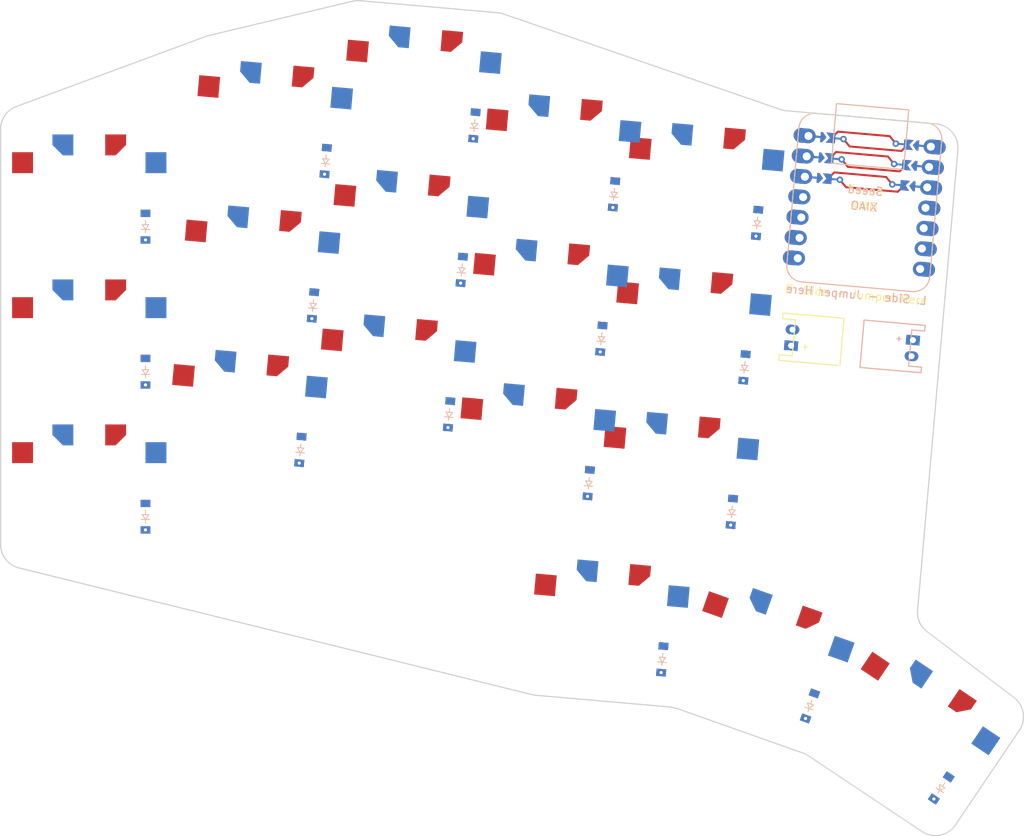
<source format=kicad_pcb>
(kicad_pcb (version 20221018) (generator pcbnew)
  (title_block (title "boardPcb") (rev "v1.0.0") (company "Unknown"))
  (layers (0 "F.Cu" signal) (31 "B.Cu" signal) (34 "B.Paste" user) (35 "F.Paste" user) (36 "B.SilkS" user "B.Silkscreen") (37 "F.SilkS" user "F.Silkscreen") (38 "B.Mask" user) (39 "F.Mask" user) (44 "Edge.Cuts" user))
  (net 0 "")
  (net 1 "P0")
  (net 2 "P1")
  (net 3 "P2")
  (net 4 "P3")
  (net 5 "P4")
  (net 6 "P5")
  (net 7 "P6")
  (net 8 "P7")
  (net 9 "P8")
  (net 10 "P9")
  (net 11 "P10")
  (net 12 "VCC")
  (net 13 "GND")
  (net 14 "V3")
  (net 15 "_1_0")
  (net 16 "_1_13")
  (net 17 "_1_1")
  (net 18 "_1_12")
  (net 19 "_1_2")
  (net 20 "_1_11")
  (footprint "ComboDiode" (layer "F.Cu") (at 6.975552 -13.806658 90)
    (fp_text reference "D2" hide)
    (fp_text value "" hide)
  )
  (footprint "PG1350" (layer "F.Cu") (at 58.523756 -40.611038 -5)
    (fp_text reference "S12" hide)
    (fp_text value "" hide)
  )
  (footprint "ComboDiode" (layer "F.Cu") (at 65.10729 -35.825694 85)
    (fp_text reference "D12" hide)
    (fp_text value "" hide)
  )
  (footprint "PG1350" (layer "F.Cu") (at 41.202341 -49.153204 -5)
    (fp_text reference "S9" hide)
    (fp_text value "" hide)
  )
  (footprint "ComboDiode" (layer "F.Cu") (at 61.969683 0.037316 85)
    (fp_text reference "D10" hide)
    (fp_text value "" hide)
  )
  (footprint "PG1350" (layer "F.Cu") (at 21.179099 -26.813335 -5)
    (fp_text reference "S5" hide)
    (fp_text value "" hide)
  )
  (footprint "JST_PH_S2B-PH-K_02x2.00mm_Angled" (layer "F.Cu") (at 87.164579 -18.028894 85)
    (fp_text reference "JST1" hide)
    (fp_text value "" hide)
  )
  (footprint "ComboDiode" (layer "F.Cu") (at 27.762633 -22.02799 85)
    (fp_text reference "D5" hide)
    (fp_text value "" hide)
  )
  (footprint "PG1350" (layer "F.Cu") (at 84.246109 21.41503 -19.5)
    (fp_text reference "S17" hide)
    (fp_text value "" hide)
  )
  (footprint "ComboDiode" (layer "F.Cu") (at 26.19383 -4.096486 85)
    (fp_text reference "D4" hide)
    (fp_text value "" hide)
  )
  (footprint "PG1350" (layer "F.Cu") (at 39.633538 -31.2217 -5)
    (fp_text reference "S8" hide)
    (fp_text value "" hide)
  )
  (footprint "JST_PH_S2B-PH-K_02x2.00mm_Angled" (layer "F.Cu") (at 102.1075 -16.721558 -95)
    (fp_text reference "JST2" hide)
    (fp_text value "" hide)
  )
  (footprint "PG1350" (layer "F.Cu") (at 76.280949 -37.049845 -5)
    (fp_text reference "S15" hide)
    (fp_text value "" hide)
  )
  (footprint "ComboDiode" (layer "F.Cu") (at 89.421788 27.696335 70.5)
    (fp_text reference "D17" hide)
    (fp_text value "" hide)
  )
  (footprint "PG1350" (layer "F.Cu") (at 74.712145 -19.118341 -5)
    (fp_text reference "S14" hide)
    (fp_text value "" hide)
  )
  (footprint "PG1350" (layer "F.Cu") (at 19.610296 -8.88183 -5)
    (fp_text reference "S4" hide)
    (fp_text value "" hide)
  )
  (footprint "ComboDiode" (layer "F.Cu") (at 29.331436 -39.959495 85)
    (fp_text reference "D6" hide)
    (fp_text value "" hide)
  )
  (footprint "PG1350" (layer "F.Cu") (at 38.064735 -13.290195 -5)
    (fp_text reference "S7" hide)
    (fp_text value "" hide)
  )
  (footprint "ComboDiode" (layer "F.Cu") (at 81.295679 -14.332996 85)
    (fp_text reference "D14" hide)
    (fp_text value "" hide)
  )
  (footprint "PG1350" (layer "F.Cu") (at 22.747902 -44.74484 -5)
    (fp_text reference "S6" hide)
    (fp_text value "" hide)
  )
  (footprint "xiao-ble-tht" (layer "F.Cu") (at 96.161265 -34.808633 -5)
    (fp_text reference "")
    (fp_text value "")
  )
  (footprint "ComboDiode" (layer "F.Cu") (at 82.864483 -32.264501 85)
    (fp_text reference "D15" hide)
    (fp_text value "" hide)
  )
  (footprint "ComboDiode" (layer "F.Cu") (at 71.097554 21.916118 85)
    (fp_text reference "D16" hide)
    (fp_text value "" hide)
  )
  (footprint "ComboDiode" (layer "F.Cu") (at 46.217072 -26.436355 85)
    (fp_text reference "D8" hide)
    (fp_text value "" hide)
  )
  (footprint "PG1350" (layer "F.Cu") (at 102.276993 30.503343 -34)
    (fp_text reference "S18" hide)
    (fp_text value "" hide)
  )
  (footprint "PG1350" (layer "F.Cu") (at 73.143342 -1.186836 -5)
    (fp_text reference "S13" hide)
    (fp_text value "" hide)
  )
  (footprint "PG1350" (layer "F.Cu") (at 0 -36)
    (fp_text reference "S3" hide)
    (fp_text value "" hide)
  )
  (footprint "ComboDiode" (layer "F.Cu") (at 79.726876 3.598508 85)
    (fp_text reference "D13" hide)
    (fp_text value "" hide)
  )
  (footprint "PG1350" (layer "F.Cu") (at 56.954952 -22.679533 -5)
    (fp_text reference "S11" hide)
    (fp_text value "" hide)
  )
  (footprint "ComboDiode" (layer "F.Cu") (at 6.975552 -31.806658 90)
    (fp_text reference "D3" hide)
    (fp_text value "" hide)
  )
  (footprint "ComboDiode" (layer "F.Cu") (at 105.7151 37.88046 56)
    (fp_text reference "D18" hide)
    (fp_text value "" hide)
  )
  (footprint "ComboDiode" (layer "F.Cu") (at 63.538486 -17.894189 85)
    (fp_text reference "D11" hide)
    (fp_text value "" hide)
  )
  (footprint "PG1350" (layer "F.Cu") (at 55.386149 -4.748029 -5)
    (fp_text reference "S10" hide)
    (fp_text value "" hide)
  )
  (footprint "PG1350" (layer "F.Cu") (at 0 0)
    (fp_text reference "S1" hide)
    (fp_text value "" hide)
  )
  (footprint "ComboDiode" (layer "F.Cu") (at 47.785875 -44.36786 85)
    (fp_text reference "D9" hide)
    (fp_text value "" hide)
  )
  (footprint "PG1350" (layer "F.Cu") (at 0 -18)
    (fp_text reference "S2" hide)
    (fp_text value "" hide)
  )
  (footprint "ComboDiode" (layer "F.Cu") (at 6.975552 4.193342 90)
    (fp_text reference "D1" hide)
    (fp_text value "" hide)
  )
  (footprint "ComboDiode" (layer "F.Cu") (at 44.648269 -8.504851 85)
    (fp_text reference "D7" hide)
    (fp_text value "" hide)
  )
  (footprint "PG1350" (layer "F.Cu") (at 64.51402 17.130773 -5)
    (fp_text reference "S16" hide)
    (fp_text value "" hide)
  )
  (gr_arc (start -11 -43.911182) (mid -10.461999 -45.625404) (end -9.040961 -46.724792) (stroke (width 0.15)) (layer "Edge.Cuts"))
  (gr_arc (start 105.045958 -44.571431) (mid 107.082624 -43.51121) (end 107.773075 -41.32138) (stroke (width 0.15)) (layer "Edge.Cuts"))
  (gr_arc (start 50.67174 -58.362938) (mid 51.034936 -58.308599) (end 51.388771 -58.210291) (stroke (width 0.15)) (layer "Edge.Cuts"))
  (gr_line (start 33.593127 -59.857123) (end 50.671739 -58.362938) (stroke (width 0.15)) (layer "Edge.Cuts"))
  (gr_arc (start 107.473693 42.470126) (mid 105.566364 43.73599) (end 103.321452 43.288013) (stroke (width 0.15)) (layer "Edge.Cuts"))
  (gr_line (start 86.48617 -46.195203) (end 105.045958 -44.571432) (stroke (width 0.15)) (layer "Edge.Cuts"))
  (gr_arc (start -8.719659 10.563476) (mid -10.362094 9.500536) (end -11 7.651073) (stroke (width 0.15)) (layer "Edge.Cuts"))
  (gr_arc (start 103.945845 18.471535) (mid 103.015876 17.296364) (end 102.77038 15.817986) (stroke (width 0.15)) (layer "Edge.Cuts"))
  (gr_line (start 103.321452 43.288013) (end 89.231622 33.886407) (stroke (width 0.15)) (layer "Edge.Cuts"))
  (gr_line (start 88.567914 33.553948) (end 72.895588 28.004086) (stroke (width 0.15)) (layer "Edge.Cuts"))
  (gr_line (start 115.401368 30.716864) (end 107.473693 42.470126) (stroke (width 0.15)) (layer "Edge.Cuts"))
  (gr_line (start 72.895588 28.004086) (end 72.110118 27.833544) (stroke (width 0.15)) (layer "Edge.Cuts"))
  (gr_line (start -11 7.651073) (end -11 -43.911182) (stroke (width 0.15)) (layer "Edge.Cuts"))
  (gr_line (start 51.388771 -58.210291) (end 85.769139 -46.347849) (stroke (width 0.15)) (layer "Edge.Cuts"))
  (gr_line (start 107.773075 -41.32138) (end 103.284633 9.981746) (stroke (width 0.15)) (layer "Edge.Cuts"))
  (gr_line (start -9.040961 -46.724792) (end 14.484868 -55.428722) (stroke (width 0.15)) (layer "Edge.Cuts"))
  (gr_arc (start 86.486171 -46.195202) (mid 86.122975 -46.249541) (end 85.769139 -46.347849) (stroke (width 0.15)) (layer "Edge.Cuts"))
  (gr_arc (start 103.284633 9.981746) (mid 103.284552 9.982673) (end 103.28447 9.9836) (stroke (width 0.15)) (layer "Edge.Cuts"))
  (gr_arc (start 114.727211 26.649059) (mid 115.873885 28.548787) (end 115.401368 30.716864) (stroke (width 0.15)) (layer "Edge.Cuts"))
  (gr_line (start 103.28447 9.9836) (end 102.77038 15.817986) (stroke (width 0.15)) (layer "Edge.Cuts"))
  (gr_arc (start 55.406861 26.372198) (mid 55.176288 26.342988) (end 54.948669 26.296017) (stroke (width 0.15)) (layer "Edge.Cuts"))
  (gr_arc (start 32.634636 -59.786442) (mid 33.111033 -59.860415) (end 33.593127 -59.857123) (stroke (width 0.15)) (layer "Edge.Cuts"))
  (gr_line (start 103.945845 18.471535) (end 114.727212 26.649058) (stroke (width 0.15)) (layer "Edge.Cuts"))
  (gr_line (start 14.828805 -55.533015) (end 32.634636 -59.786442) (stroke (width 0.15)) (layer "Edge.Cuts"))
  (gr_arc (start 88.567914 33.553948) (mid 88.910091 33.69957) (end 89.231622 33.886407) (stroke (width 0.15)) (layer "Edge.Cuts"))
  (gr_line (start 72.110118 27.833544) (end 55.406861 26.372198) (stroke (width 0.15)) (layer "Edge.Cuts"))
  (gr_line (start 54.948669 26.296017) (end -8.719659 10.563476) (stroke (width 0.15)) (layer "Edge.Cuts"))
  (gr_arc (start 14.484868 -55.428722) (mid 14.655273 -55.486024) (end 14.828805 -55.533015) (stroke (width 0.15)) (layer "Edge.Cuts"))
  (segment (start 94.34 -41.76) (end 93.58 -42.68) (width 0.25) (layer "F.Cu") (net 1))
  (segment (start 101.58 -41.98) (end 100.76 -41.2) (width 0.25) (layer "F.Cu") (net 1))
  (segment (start 100.76 -41.2) (end 94.34 -41.76) (width 0.25) (layer "F.Cu") (net 1))
  (segment (start 92.07 -42.82) (end 93.58 -42.68) (width 0.25) (layer "B.Cu") (net 1))
  (segment (start 100.53 -38.67) (end 94.12 -39.23) (width 0.25) (layer "F.Cu") (net 2))
  (segment (start 94.12 -39.23) (end 93.35 -40.15) (width 0.25) (layer "F.Cu") (net 2))
  (segment (start 101.36 -39.45) (end 100.53 -38.67) (width 0.25) (layer "F.Cu") (net 2))
  (segment (start 91.85 -40.29) (end 93.35 -40.15) (width 0.25) (layer "B.Cu") (net 2))
  (segment (start 100.31 -36.14) (end 93.9 -36.7) (width 0.25) (layer "F.Cu") (net 3))
  (segment (start 93.9 -36.7) (end 93.13 -37.62) (width 0.25) (layer "F.Cu") (net 3))
  (segment (start 101.14 -36.92) (end 100.31 -36.14) (width 0.25) (layer "F.Cu") (net 3))
  (segment (start 91.63 -37.76) (end 93.13 -37.62) (width 0.25) (layer "B.Cu") (net 3))
  (segment (start 92.89 -43.6) (end 99.31 -43.04) (width 0.25) (layer "F.Cu") (net 12))
  (segment (start 99.31 -43.04) (end 100.07 -42.12) (width 0.25) (layer "F.Cu") (net 12))
  (segment (start 92.07 -42.82) (end 92.89 -43.6) (width 0.25) (layer "F.Cu") (net 12))
  (segment (start 101.58 -41.98) (end 100.07 -42.12) (width 0.25) (layer "B.Cu") (net 12))
  (segment (start 91.85 -40.29) (end 92.67 -41.07) (width 0.25) (layer "F.Cu") (net 13))
  (segment (start 99.09 -40.51) (end 99.85 -39.59) (width 0.25) (layer "F.Cu") (net 13))
  (segment (start 92.67 -41.07) (end 99.09 -40.51) (width 0.25) (layer "F.Cu") (net 13))
  (segment (start 101.36 -39.45) (end 99.85 -39.59) (width 0.25) (layer "B.Cu") (net 13))
  (segment (start 91.63 -37.76) (end 92.45 -38.54) (width 0.25) (layer "F.Cu") (net 14))
  (segment (start 98.87 -37.97) (end 99.63 -37.05) (width 0.25) (layer "F.Cu") (net 14))
  (segment (start 92.45 -38.54) (end 98.87 -37.97) (width 0.25) (layer "F.Cu") (net 14))
  (segment (start 101.14 -36.92) (end 99.63 -37.05) (width 0.25) (layer "B.Cu") (net 14))
  (segment (start 91.23 -42.89) (end 89.23 -43.06) (width 0.25) (layer "F.Cu") (net 15))
  (segment (start 91.23 -42.89) (end 89.23 -43.06) (width 0.25) (layer "B.Cu") (net 15))
  (segment (start 102.42 -41.91) (end 104.42 -41.74) (width 0.25) (layer "F.Cu") (net 16))
  (segment (start 102.42 -41.91) (end 104.42 -41.74) (width 0.25) (layer "B.Cu") (net 16))
  (segment (start 91.01 -40.36) (end 89.01 -40.53) (width 0.25) (layer "F.Cu") (net 17))
  (segment (start 91.01 -40.36) (end 89.01 -40.53) (width 0.25) (layer "B.Cu") (net 17))
  (segment (start 102.2 -39.38) (end 104.2 -39.21) (width 0.25) (layer "F.Cu") (net 18))
  (segment (start 102.2 -39.38) (end 104.2 -39.21) (width 0.25) (layer "B.Cu") (net 18))
  (segment (start 90.78 -37.83) (end 88.79 -38) (width 0.25) (layer "F.Cu") (net 19))
  (segment (start 90.78 -37.83) (end 88.79 -38) (width 0.25) (layer "B.Cu") (net 19))
  (segment (start 101.98 -36.85) (end 103.97 -36.67) (width 0.25) (layer "F.Cu") (net 20))
  (segment (start 101.98 -36.85) (end 103.97 -36.67) (width 0.25) (layer "B.Cu") (net 20))
)
</source>
